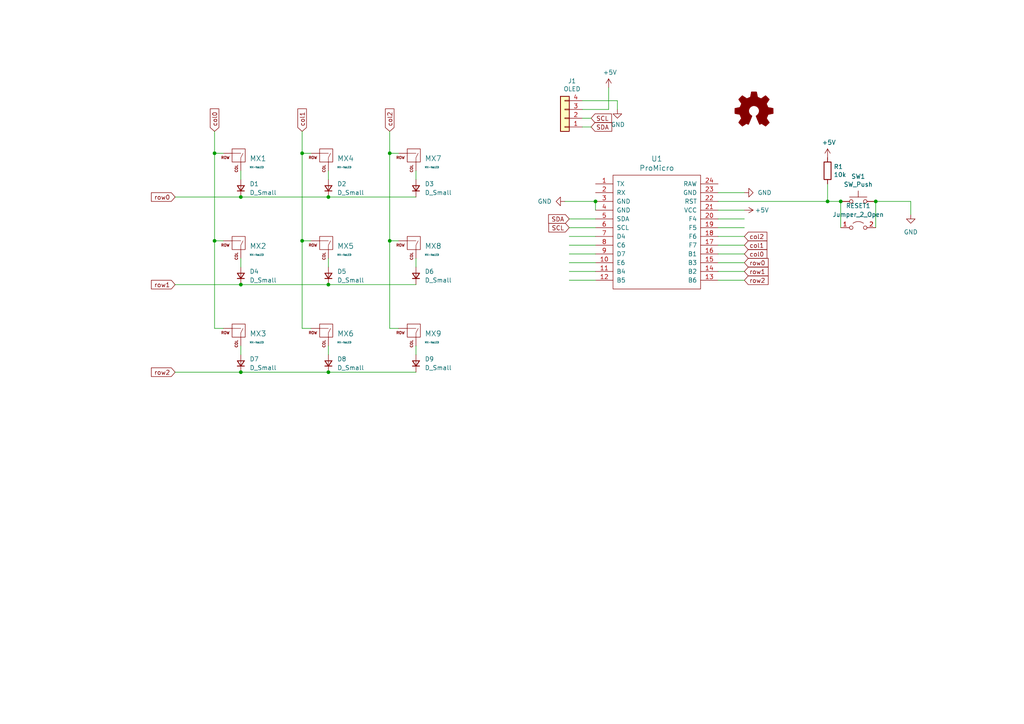
<source format=kicad_sch>
(kicad_sch (version 20211123) (generator eeschema)
  (paper "A4")
  (title_block (title "zotzotzot") (rev "1") (company "uci keeb club"))
  (lib_symbols
    (symbol "Connector_Generic:Conn_01x04" (pin_names (offset 1.016) hide)
      (property "Reference" "J" (at 0 5.08 0))
      (property "Value" "Conn_01x04" (at 0 -7.62 0))
      (symbol "Conn_01x04_1_1"
        (rectangle (start -1.27 -4.953) (end 0 -5.207) (stroke (width 0.1524)))
        (rectangle (start -1.27 -2.413) (end 0 -2.667) (stroke (width 0.1524)))
        (rectangle (start -1.27 0.127) (end 0 -0.127) (stroke (width 0.1524)))
        (rectangle (start -1.27 2.667) (end 0 2.413) (stroke (width 0.1524)))
        (rectangle (start -1.27 3.81) (end 1.27 -6.35) (stroke (width 0.254)) (fill (type background)))
        (pin passive line (at -5.08 2.54 0) (length 3.81) (name "Pin_1") (number "1"))
        (pin passive line (at -5.08 0 0) (length 3.81) (name "Pin_2") (number "2"))
        (pin passive line (at -5.08 -2.54 0) (length 3.81) (name "Pin_3") (number "3"))
        (pin passive line (at -5.08 -5.08 0) (length 3.81) (name "Pin_4") (number "4"))
      )
    )
    (symbol "Device:D_Small" (pin_numbers hide) (pin_names (offset 0.254) hide)
      (property "Reference" "D" (at -1.27 2.032 0))
      (property "Value" "D_Small" (at -3.81 -2.032 0))
      (symbol "D_Small_0_1"
        (polyline (pts (xy -0.762 -1.016) (xy -0.762 1.016)) (stroke (width 0.254)))
        (polyline (pts (xy -0.762 0) (xy 0.762 0)))
        (polyline (pts (xy 0.762 -1.016) (xy -0.762 0) (xy 0.762 1.016) (xy 0.762 -1.016)) (stroke (width 0.254)))
      )
      (symbol "D_Small_1_1"
        (pin passive line (at -2.54 0 0) (length 1.778) (name "K") (number "1"))
        (pin passive line (at 2.54 0 180) (length 1.778) (name "A") (number "2"))
      )
    )
    (symbol "Device:R" (pin_numbers hide) (pin_names (offset 0))
      (property "Reference" "R" (at 2.032 0 90))
      (property "Value" "R" (at 0 0 90))
      (symbol "R_0_1"
        (rectangle (start -1.016 -2.54) (end 1.016 2.54) (stroke (width 0.254)))
      )
      (symbol "R_1_1"
        (pin passive line (at 0 3.81 270) (length 1.27) (name "~") (number "1"))
        (pin passive line (at 0 -3.81 90) (length 1.27) (name "~") (number "2"))
      )
    )
    (symbol "Graphic:Logo_Open_Hardware_Small" (pin_names (offset 1.016))
      (symbol "Logo_Open_Hardware_Small_0_1"
        (polyline (pts (xy 3.3528 -4.3434) (xy 3.302 -4.318) (xy 3.175 -4.2418) (xy 2.9972 -4.1148) (xy 2.7686 -3.9624) (xy 2.54 -3.81) (xy 2.3622 -3.7084) (xy 2.2352 -3.6068) (xy 2.1844 -3.5814) (xy 2.159 -3.6068) (xy 2.0574 -3.6576) (xy 1.905 -3.7338) (xy 1.8034 -3.7846) (xy 1.6764 -3.8354) (xy 1.6002 -3.8354) (xy 1.6002 -3.8354) (xy 1.5494 -3.7338) (xy 1.4732 -3.5306) (xy 1.3462 -3.302) (xy 1.2446 -3.0226) (xy 1.1176 -2.7178) (xy 0.9652 -2.413) (xy 0.8636 -2.1082) (xy 0.7366 -1.8288) (xy 0.6604 -1.6256) (xy 0.6096 -1.4732) (xy 0.5842 -1.397) (xy 0.5842 -1.397) (xy 0.6604 -1.3208) (xy 0.7874 -1.2446) (xy 1.0414 -1.016) (xy 1.2954 -0.6858) (xy 1.4478 -0.3302) (xy 1.524 0.0762) (xy 1.4732 0.4572) (xy 1.3208 0.8128) (xy 1.0668 1.143) (xy 0.762 1.3716) (xy 0.4064 1.524) (xy 0 1.5748) (xy -0.381 1.5494) (xy -0.7366 1.397) (xy -1.0668 1.143) (xy -1.2192 0.9906) (xy -1.397 0.6604) (xy -1.524 0.3048) (xy -1.524 0.2286) (xy -1.4986 -0.1778) (xy -1.397 -0.5334) (xy -1.1938 -0.8636) (xy -0.9144 -1.143) (xy -0.8636 -1.1684) (xy -0.7366 -1.27) (xy -0.635 -1.3462) (xy -0.5842 -1.397) (xy -1.0668 -2.5908) (xy -1.143 -2.794) (xy -1.2954 -3.1242) (xy -1.397 -3.4036) (xy -1.4986 -3.6322) (xy -1.5748 -3.7846) (xy -1.6002 -3.8354) (xy -1.6002 -3.8354) (xy -1.651 -3.8354) (xy -1.7272 -3.81) (xy -1.905 -3.7338) (xy -2.0066 -3.683) (xy -2.1336 -3.6068) (xy -2.2098 -3.5814) (xy -2.2606 -3.6068) (xy -2.3622 -3.683) (xy -2.54 -3.81) (xy -2.7686 -3.9624) (xy -2.9718 -4.0894) (xy -3.1496 -4.2164) (xy -3.302 -4.318) (xy -3.3528 -4.3434) (xy -3.3782 -4.3434) (xy -3.429 -4.318) (xy -3.5306 -4.2164) (xy -3.7084 -4.064) (xy -3.937 -3.8354) (xy -3.9624 -3.81) (xy -4.1656 -3.6068) (xy -4.318 -3.4544) (xy -4.4196 -3.3274) (xy -4.445 -3.2766) (xy -4.445 -3.2766) (xy -4.4196 -3.2258) (xy -4.318 -3.0734) (xy -4.2164 -2.8956) (xy -4.064 -2.667) (xy -3.6576 -2.0828) (xy -3.8862 -1.5494) (xy -3.937 -1.3716) (xy -4.0386 -1.1684) (xy -4.0894 -1.0414) (xy -4.1148 -0.9652) (xy -4.191 -0.9398) (xy -4.318 -0.9144) (xy -4.5466 -0.8636) (xy -4.8006 -0.8128) (xy -5.0546 -0.7874) (xy -5.2578 -0.7366) (xy -5.4356 -0.7112) (xy -5.5118 -0.6858) (xy -5.5118 -0.6858) (xy -5.5372 -0.635) (xy -5.5372 -0.5588) (xy -5.5372 -0.4318) (xy -5.5626 -0.2286) (xy -5.5626 0.0762) (xy -5.5626 0.127) (xy -5.5372 0.4064) (xy -5.5372 0.635) (xy -5.5372 0.762) (xy -5.5372 0.8382) (xy -5.5372 0.8382) (xy -5.461 0.8382) (xy -5.3086 0.889) (xy -5.08 0.9144) (xy -4.826 0.9652) (xy -4.8006 0.9906) (xy -4.5466 1.0414) (xy -4.318 1.0668) (xy -4.1656 1.1176) (xy -4.0894 1.143) (xy -4.0894 1.143) (xy -4.0386 1.2446) (xy -3.9624 1.4224) (xy -3.8608 1.6256) (xy -3.7846 1.8288) (xy -3.7084 2.0066) (xy -3.6576 2.159) (xy -3.6322 2.2098) (xy -3.6322 2.2098) (xy -3.683 2.286) (xy -3.7592 2.413) (xy -3.8862 2.5908) (xy -4.064 2.8194) (xy -4.064 2.8448) (xy -4.2164 3.0734) (xy -4.3434 3.2512) (xy -4.4196 3.3782) (xy -4.445 3.4544) (xy -4.445 3.4544) (xy -4.3942 3.5052) (xy -4.2926 3.6322) (xy -4.1148 3.81) (xy -3.937 4.0132) (xy -3.8608 4.064) (xy -3.6576 4.2926) (xy -3.5052 4.4196) (xy -3.4036 4.4958) (xy -3.3528 4.5212) (xy -3.3528 4.5212) (xy -3.302 4.4704) (xy -3.1496 4.3688) (xy -2.9718 4.2418) (xy -2.7432 4.0894) (xy -2.7178 4.0894) (xy -2.4892 3.937) (xy -2.3114 3.81) (xy -2.1844 3.7084) (xy -2.1336 3.683) (xy -2.1082 3.683) (xy -2.032 3.7084) (xy -1.8542 3.7592) (xy -1.6764 3.8354) (xy -1.4732 3.937) (xy -1.27 4.0132) (xy -1.143 4.064) (xy -1.0668 4.1148) (xy -1.0668 4.1148) (xy -1.0414 4.191) (xy -1.016 4.3434) (xy -0.9652 4.572) (xy -0.9144 4.8514) (xy -0.889 4.9022) (xy -0.8382 5.1562) (xy -0.8128 5.3848) (xy -0.7874 5.5372) (xy -0.762 5.588) (xy -0.7112 5.6134) (xy -0.5842 5.6134) (xy -0.4064 5.6134) (xy -0.1524 5.6134) (xy 0.0762 5.6134) (xy 0.3302 5.6134) (xy 0.5334 5.6134) (xy 0.6858 5.588) (xy 0.7366 5.588) (xy 0.7366 5.588) (xy 0.762 5.5118) (xy 0.8128 5.334) (xy 0.8382 5.1054) (xy 0.9144 4.826) (xy 0.9144 4.7752) (xy 0.9652 4.5212) (xy 1.016 4.2926) (xy 1.0414 4.1402) (xy 1.0668 4.0894) (xy 1.0668 4.0894) (xy 1.1938 4.0386) (xy 1.3716 3.9624) (xy 1.5748 3.8608) (xy 2.0828 3.6576) (xy 2.7178 4.0894) (xy 2.7686 4.1402) (xy 2.9972 4.2926) (xy 3.175 4.4196) (xy 3.302 4.4958) (xy 3.3782 4.5212) (xy 3.3782 4.5212) (xy 3.429 4.4704) (xy 3.556 4.3434) (xy 3.7338 4.191) (xy 3.9116 3.9878) (xy 4.064 3.8354) (xy 4.2418 3.6576) (xy 4.3434 3.556) (xy 4.4196 3.4798) (xy 4.4196 3.429) (xy 4.4196 3.4036) (xy 4.3942 3.3274) (xy 4.2926 3.2004) (xy 4.1656 2.9972) (xy 4.0132 2.794) (xy 3.8862 2.5908) (xy 3.7592 2.3876) (xy 3.6576 2.2352) (xy 3.6322 2.159) (xy 3.6322 2.1336) (xy 3.683 2.0066) (xy 3.7592 1.8288) (xy 3.8608 1.6002) (xy 4.064 1.1176) (xy 4.3942 1.0414) (xy 4.5974 1.016) (xy 4.8768 0.9652) (xy 5.1308 0.9144) (xy 5.5372 0.8382) (xy 5.5626 -0.6604) (xy 5.4864 -0.6858) (xy 5.4356 -0.6858) (xy 5.2832 -0.7366) (xy 5.0546 -0.762) (xy 4.8006 -0.8128) (xy 4.5974 -0.8636) (xy 4.3688 -0.9144) (xy 4.2164 -0.9398) (xy 4.1402 -0.9398) (xy 4.1148 -0.9652) (xy 4.064 -1.0668) (xy 3.9878 -1.2446) (xy 3.9116 -1.4478) (xy 3.81 -1.651) (xy 3.7338 -1.8542) (xy 3.683 -2.0066) (xy 3.6576 -2.0828) (xy 3.683 -2.1336) (xy 3.7846 -2.2606) (xy 3.8862 -2.4638) (xy 4.0386 -2.667) (xy 4.191 -2.8956) (xy 4.318 -3.0734) (xy 4.3942 -3.2004) (xy 4.445 -3.2766) (xy 4.4196 -3.3274) (xy 4.3434 -3.429) (xy 4.1656 -3.5814) (xy 3.937 -3.8354) (xy 3.8862 -3.8608) (xy 3.683 -4.064) (xy 3.5306 -4.2164) (xy 3.4036 -4.318) (xy 3.3528 -4.3434)) (fill (type outline)))
      )
    )
    (symbol "Jumper:Jumper_2_Open" (pin_names (offset 0) hide)
      (property "Reference" "JP" (at 0 2.794 0))
      (property "Value" "Jumper_2_Open" (at 0 -2.286 0))
      (symbol "Jumper_2_Open_0_0"
        (circle (center -2.032 0) (radius 0.508))
        (circle (center 2.032 0) (radius 0.508))
      )
      (symbol "Jumper_2_Open_0_1"
        (arc (start 1.524 1.27) (mid 0 1.778) (end -1.524 1.27))
      )
      (symbol "Jumper_2_Open_1_1"
        (pin passive line (at -5.08 0 0) (length 2.54) (name "A") (number "1"))
        (pin passive line (at 5.08 0 180) (length 2.54) (name "B") (number "2"))
      )
    )
    (symbol "Switch:SW_Push" (pin_numbers hide) (pin_names (offset 1.016) hide)
      (property "Reference" "SW" (at 1.27 2.54 0))
      (property "Value" "SW_Push" (at 0 -1.524 0))
      (symbol "SW_Push_0_1"
        (circle (center -2.032 0) (radius 0.508))
        (polyline (pts (xy 0 1.27) (xy 0 3.048)))
        (polyline (pts (xy 2.54 1.27) (xy -2.54 1.27)))
        (circle (center 2.032 0) (radius 0.508))
        (pin passive line (at -5.08 0 0) (length 2.54) (name "1") (number "1"))
        (pin passive line (at 5.08 0 180) (length 2.54) (name "2") (number "2"))
      )
    )
    (symbol "mx:MX-NoLED" (pin_names (offset 1.016))
      (property "Reference" "MX" (at -0.635 3.81 0))
      (property "Value" "MX-NoLED" (at -0.635 1.27 0))
      (symbol "MX-NoLED_0_0"
        (rectangle (start -2.54 2.54) (end 1.27 -1.27))
        (polyline (pts (xy -1.27 -1.27) (xy -1.27 1.27)) (stroke (width 0.127)))
        (polyline (pts (xy 1.27 1.27) (xy 0 1.27) (xy -1.27 1.905)) (stroke (width 0.127)))
        (text "COL" (at 3.175 0 0) (effects (font (size 0.762 0.762))))
        (text "ROW" (at 0 -1.905 900) (effects (font (size 0.762 0.762)) (justify right)))
      )
      (symbol "MX-NoLED_1_1"
        (pin passive line (at 3.81 1.27 180) (length 2.54) (name "COL") (number "1"))
        (pin passive line (at -1.27 -3.81 90) (length 2.54) (name "ROW") (number "2"))
      )
    )
    (symbol "power:+5V" (power) (pin_names (offset 0))
      (property "Value" "+5V" (at 0 3.556 0))
      (symbol "+5V_0_1"
        (polyline (pts (xy -0.762 1.27) (xy 0 2.54)))
        (polyline (pts (xy 0 0) (xy 0 2.54)))
        (polyline (pts (xy 0 2.54) (xy 0.762 1.27)))
      )
      (symbol "+5V_1_1"
        (pin power_in line (at 0 0 90) (length 0) hide (name "+5V") (number "1"))
      )
    )
    (symbol "power:GND" (power) (pin_names (offset 0))
      (property "Value" "GND" (at 0 -3.81 0))
      (symbol "GND_0_1"
        (polyline (pts (xy 0 0) (xy 0 -1.27) (xy 1.27 -1.27) (xy 0 -2.54) (xy -1.27 -1.27) (xy 0 -1.27)))
      )
      (symbol "GND_1_1"
        (pin power_in line (at 0 0 270) (length 0) hide (name "GND") (number "1"))
      )
    )
    (symbol "promicro:ProMicro" (pin_names (offset 1.016))
      (property "Reference" "U" (at 0 24.13 0))
      (property "Value" "promicro_ProMicro" (at 0 -13.97 0))
      (symbol "ProMicro_0_1"
        (rectangle (start -12.7 21.59) (end 12.7 -11.43))
      )
      (symbol "ProMicro_1_1"
        (pin bidirectional line (at -17.78 19.05 0) (length 5.08) (name "TX") (number "1"))
        (pin bidirectional line (at -17.78 -3.81 0) (length 5.08) (name "E6") (number "10"))
        (pin bidirectional line (at -17.78 -6.35 0) (length 5.08) (name "B4") (number "11"))
        (pin bidirectional line (at -17.78 -8.89 0) (length 5.08) (name "B5") (number "12"))
        (pin bidirectional line (at 17.78 -8.89 180) (length 5.08) (name "B6") (number "13"))
        (pin bidirectional line (at 17.78 -6.35 180) (length 5.08) (name "B2") (number "14"))
        (pin bidirectional line (at 17.78 -3.81 180) (length 5.08) (name "B3") (number "15"))
        (pin bidirectional line (at 17.78 -1.27 180) (length 5.08) (name "B1") (number "16"))
        (pin bidirectional line (at 17.78 1.27 180) (length 5.08) (name "F7") (number "17"))
        (pin bidirectional line (at 17.78 3.81 180) (length 5.08) (name "F6") (number "18"))
        (pin bidirectional line (at 17.78 6.35 180) (length 5.08) (name "F5") (number "19"))
        (pin bidirectional line (at -17.78 16.51 0) (length 5.08) (name "RX") (number "2"))
        (pin bidirectional line (at 17.78 8.89 180) (length 5.08) (name "F4") (number "20"))
        (pin power_in line (at 17.78 11.43 180) (length 5.08) (name "VCC") (number "21"))
        (pin input line (at 17.78 13.97 180) (length 5.08) (name "RST") (number "22"))
        (pin power_in line (at 17.78 16.51 180) (length 5.08) (name "GND") (number "23"))
        (pin power_out line (at 17.78 19.05 180) (length 5.08) (name "RAW") (number "24"))
        (pin power_in line (at -17.78 13.97 0) (length 5.08) (name "GND") (number "3"))
        (pin power_in line (at -17.78 11.43 0) (length 5.08) (name "GND") (number "4"))
        (pin bidirectional line (at -17.78 8.89 0) (length 5.08) (name "SDA") (number "5"))
        (pin bidirectional line (at -17.78 6.35 0) (length 5.08) (name "SCL") (number "6"))
        (pin bidirectional line (at -17.78 3.81 0) (length 5.08) (name "D4") (number "7"))
        (pin bidirectional line (at -17.78 1.27 0) (length 5.08) (name "C6") (number "8"))
        (pin bidirectional line (at -17.78 -1.27 0) (length 5.08) (name "D7") (number "9"))
      )
    )
  )
  (junction (at 95.25 107.95))
  (junction (at 87.63 44.45))
  (junction (at 95.25 57.15))
  (junction (at 69.85 107.95))
  (junction (at 172.72 58.42))
  (junction (at 69.85 57.15))
  (junction (at 254 58.42))
  (junction (at 113.03 44.45))
  (junction (at 95.25 82.55))
  (junction (at 69.85 82.55))
  (junction (at 243.84 58.42))
  (junction (at 87.63 69.85))
  (junction (at 113.03 69.85))
  (junction (at 62.23 69.85))
  (junction (at 62.23 44.45))
  (junction (at 240.03 58.42))
  (wire (pts (xy 50.8 57.15) (xy 69.85 57.15)))
  (wire (pts (xy 165.1 71.12) (xy 172.72 71.12)))
  (wire (pts (xy 69.85 57.15) (xy 95.25 57.15)))
  (wire (pts (xy 95.25 107.95) (xy 69.85 107.95)))
  (wire (pts (xy 165.1 66.04) (xy 172.72 66.04)))
  (wire (pts (xy 165.1 73.66) (xy 172.72 73.66)))
  (wire (pts (xy 176.53 31.75) (xy 176.53 25.4)))
  (wire (pts (xy 240.03 58.42) (xy 243.84 58.42)))
  (wire (pts (xy 168.91 34.29) (xy 171.45 34.29)))
  (wire (pts (xy 215.9 71.12) (xy 208.28 71.12)))
  (wire (pts (xy 62.23 44.45) (xy 62.23 69.85)))
  (wire (pts (xy 243.84 58.42) (xy 243.84 66.04)))
  (wire (pts (xy 113.03 38.1) (xy 113.03 44.45)))
  (wire (pts (xy 254 58.42) (xy 264.16 58.42)))
  (wire (pts (xy 254 58.42) (xy 254 66.04)))
  (wire (pts (xy 69.85 74.93) (xy 69.85 77.47)))
  (wire (pts (xy 69.85 49.53) (xy 69.85 52.07)))
  (wire (pts (xy 69.85 107.95) (xy 50.8 107.95)))
  (wire (pts (xy 62.23 95.25) (xy 64.77 95.25)))
  (wire (pts (xy 62.23 38.1) (xy 62.23 44.45)))
  (wire (pts (xy 95.25 57.15) (xy 120.65 57.15)))
  (wire (pts (xy 95.25 82.55) (xy 69.85 82.55)))
  (wire (pts (xy 87.63 69.85) (xy 90.17 69.85)))
  (wire (pts (xy 62.23 44.45) (xy 64.77 44.45)))
  (wire (pts (xy 120.65 82.55) (xy 95.25 82.55)))
  (wire (pts (xy 113.03 44.45) (xy 115.57 44.45)))
  (wire (pts (xy 120.65 100.33) (xy 120.65 102.87)))
  (wire (pts (xy 168.91 36.83) (xy 171.45 36.83)))
  (wire (pts (xy 95.25 100.33) (xy 95.25 102.87)))
  (wire (pts (xy 165.1 68.58) (xy 172.72 68.58)))
  (wire (pts (xy 95.25 74.93) (xy 95.25 77.47)))
  (wire (pts (xy 215.9 76.2) (xy 208.28 76.2)))
  (wire (pts (xy 87.63 95.25) (xy 90.17 95.25)))
  (wire (pts (xy 62.23 69.85) (xy 62.23 95.25)))
  (wire (pts (xy 240.03 53.34) (xy 240.03 58.42)))
  (wire (pts (xy 87.63 44.45) (xy 87.63 69.85)))
  (wire (pts (xy 165.1 81.28) (xy 172.72 81.28)))
  (wire (pts (xy 113.03 69.85) (xy 115.57 69.85)))
  (wire (pts (xy 215.9 66.04) (xy 208.28 66.04)))
  (wire (pts (xy 215.9 78.74) (xy 208.28 78.74)))
  (wire (pts (xy 163.83 58.42) (xy 172.72 58.42)))
  (wire (pts (xy 208.28 55.88) (xy 215.9 55.88)))
  (wire (pts (xy 69.85 82.55) (xy 50.8 82.55)))
  (wire (pts (xy 165.1 78.74) (xy 172.72 78.74)))
  (wire (pts (xy 215.9 73.66) (xy 208.28 73.66)))
  (wire (pts (xy 69.85 100.33) (xy 69.85 102.87)))
  (wire (pts (xy 62.23 69.85) (xy 64.77 69.85)))
  (wire (pts (xy 168.91 29.21) (xy 179.07 29.21)))
  (wire (pts (xy 165.1 76.2) (xy 172.72 76.2)))
  (wire (pts (xy 208.28 60.96) (xy 215.9 60.96)))
  (wire (pts (xy 87.63 44.45) (xy 90.17 44.45)))
  (wire (pts (xy 113.03 69.85) (xy 113.03 95.25)))
  (wire (pts (xy 87.63 69.85) (xy 87.63 95.25)))
  (wire (pts (xy 87.63 38.1) (xy 87.63 44.45)))
  (wire (pts (xy 168.91 31.75) (xy 176.53 31.75)))
  (wire (pts (xy 264.16 58.42) (xy 264.16 62.23)))
  (wire (pts (xy 120.65 74.93) (xy 120.65 77.47)))
  (wire (pts (xy 215.9 81.28) (xy 208.28 81.28)))
  (wire (pts (xy 215.9 68.58) (xy 208.28 68.58)))
  (wire (pts (xy 95.25 49.53) (xy 95.25 52.07)))
  (wire (pts (xy 179.07 29.21) (xy 179.07 31.75)))
  (wire (pts (xy 215.9 63.5) (xy 208.28 63.5)))
  (wire (pts (xy 120.65 107.95) (xy 95.25 107.95)))
  (wire (pts (xy 165.1 63.5) (xy 172.72 63.5)))
  (wire (pts (xy 208.28 58.42) (xy 240.03 58.42)))
  (wire (pts (xy 172.72 58.42) (xy 172.72 60.96)))
  (wire (pts (xy 113.03 95.25) (xy 115.57 95.25)))
  (wire (pts (xy 113.03 44.45) (xy 113.03 69.85)))
  (wire (pts (xy 120.65 49.53) (xy 120.65 52.07)))
  (global_label "SDA" (shape input) (at 171.45 36.83 0) (property "Intersheet References" "${INTERSHEET_REFS}" (effects hide)))
  (global_label "row0" (shape input) (at 50.8 57.15 180) (property "Intersheet References" "${INTERSHEET_REFS}" (effects hide)))
  (global_label "row2" (shape input) (at 50.8 107.95 180) (property "Intersheet References" "${INTERSHEET_REFS}" (effects hide)))
  (global_label "row1" (shape input) (at 215.9 78.74 0) (property "Intersheet References" "${INTERSHEET_REFS}" (effects hide)))
  (global_label "row0" (shape input) (at 215.9 76.2 0) (property "Intersheet References" "${INTERSHEET_REFS}" (effects hide)))
  (global_label "SCL" (shape input) (at 165.1 66.04 180) (property "Intersheet References" "${INTERSHEET_REFS}" (effects hide)))
  (global_label "col2" (shape input) (at 113.03 38.1 90) (property "Intersheet References" "${INTERSHEET_REFS}" (effects hide)))
  (global_label "col0" (shape input) (at 62.23 38.1 90) (property "Intersheet References" "${INTERSHEET_REFS}" (effects hide)))
  (global_label "col2" (shape input) (at 215.9 68.58 0) (property "Intersheet References" "${INTERSHEET_REFS}" (effects hide)))
  (global_label "col1" (shape input) (at 87.63 38.1 90) (property "Intersheet References" "${INTERSHEET_REFS}" (effects hide)))
  (global_label "SCL" (shape input) (at 171.45 34.29 0) (property "Intersheet References" "${INTERSHEET_REFS}" (effects hide)))
  (global_label "row1" (shape input) (at 50.8 82.55 180) (property "Intersheet References" "${INTERSHEET_REFS}" (effects hide)))
  (global_label "row2" (shape input) (at 215.9 81.28 0) (property "Intersheet References" "${INTERSHEET_REFS}" (effects hide)))
  (global_label "col1" (shape input) (at 215.9 71.12 0) (property "Intersheet References" "${INTERSHEET_REFS}" (effects hide)))
  (global_label "col0" (shape input) (at 215.9 73.66 0) (property "Intersheet References" "${INTERSHEET_REFS}" (effects hide)))
  (global_label "SDA" (shape input) (at 165.1 63.5 180) (property "Intersheet References" "${INTERSHEET_REFS}" (effects hide)))
  (symbol (lib_id "Device:D_Small") (at 95.25 54.61 90) (unit 1)
    (property "Reference" "D2" (at 97.79 53.3399 90) (effects (justify right)))
    (property "Value" "D_Small" (at 97.79 55.8799 90) (effects (justify right)))
    (property "Footprint" "bevin:D3_TH_nonHybrid" (effects hide))
  )
  (symbol (lib_id "Device:D_Small") (at 69.85 54.61 90) (unit 1)
    (property "Reference" "D1" (at 72.39 53.3399 90) (effects (justify right)))
    (property "Value" "D_Small" (at 72.39 55.8799 90) (effects (justify right)))
    (property "Footprint" "bevin:D3_TH_nonHybrid" (effects hide))
  )
  (symbol (lib_id "Device:R") (at 240.03 49.53 0) (unit 1)
    (property "Reference" "R1" (at 241.808 48.3616 0) (effects (justify left)))
    (property "Value" "10k" (at 241.808 50.673 0) (effects (justify left)))
    (property "Footprint" "bevin:R3_TH_nonHybrid" (effects hide))
  )
  (symbol (lib_id "Switch:SW_Push") (at 248.92 58.42 0) (unit 1)
    (property "Reference" "SW1" (at 248.92 51.181 0))
    (property "Value" "SW_Push" (at 248.92 53.4924 0))
    (property "Footprint" "Button_Switch_SMD:SW_SPST_TL3342" (effects hide))
  )
  (symbol (lib_id "mx:MX-NoLED") (at 68.58 45.72 270) (unit 1)
    (property "Reference" "MX1" (at 72.39 45.9706 90) (effects (font (size 1.524 1.524)) (justify left)))
    (property "Value" "MX-NoLED" (at 72.39 48.5105 90) (effects (font (size 0.508 0.508)) (justify left)))
    (property "Footprint" "bevin:MXOnly-1U-NoLED" (effects hide))
  )
  (symbol (lib_id "power:+5V") (at 176.53 25.4 0) (unit 1)
    (property "Reference" "#PWR0106" (effects hide))
    (property "Value" "+5V" (at 176.911 21.0058 0))
  )
  (symbol (lib_id "mx:MX-NoLED") (at 119.38 71.12 270) (unit 1)
    (property "Reference" "MX8" (at 123.19 71.3706 90) (effects (font (size 1.524 1.524)) (justify left)))
    (property "Value" "MX-NoLED" (at 123.19 73.9105 90) (effects (font (size 0.508 0.508)) (justify left)))
    (property "Footprint" "bevin:MXOnly-1U-NoLED" (effects hide))
  )
  (symbol (lib_id "promicro:ProMicro") (at 190.5 72.39 0) (unit 1)
    (property "Reference" "U1" (at 190.5 46.0502 0) (effects (font (size 1.524 1.524))))
    (property "Value" "ProMicro" (at 190.5 48.7426 0) (effects (font (size 1.524 1.524))))
    (property "Footprint" "bevin:ProMicro_v3" (effects hide))
  )
  (symbol (lib_id "mx:MX-NoLED") (at 93.98 71.12 270) (unit 1)
    (property "Reference" "MX5" (at 97.79 71.3706 90) (effects (font (size 1.524 1.524)) (justify left)))
    (property "Value" "MX-NoLED" (at 97.79 73.9105 90) (effects (font (size 0.508 0.508)) (justify left)))
    (property "Footprint" "bevin:MXOnly-1U-NoLED" (effects hide))
  )
  (symbol (lib_id "power:+5V") (at 215.9 60.96 270) (unit 1)
    (property "Reference" "#PWR0104" (effects hide))
    (property "Value" "+5V" (at 220.98 60.96 90))
  )
  (symbol (lib_id "mx:MX-NoLED") (at 119.38 45.72 270) (unit 1)
    (property "Reference" "MX7" (at 123.19 45.9706 90) (effects (font (size 1.524 1.524)) (justify left)))
    (property "Value" "MX-NoLED" (at 123.19 48.5105 90) (effects (font (size 0.508 0.508)) (justify left)))
    (property "Footprint" "bevin:MXOnly-1U-NoLED" (effects hide))
  )
  (symbol (lib_id "power:GND") (at 179.07 31.75 0) (unit 1)
    (property "Reference" "#PWR0107" (effects hide))
    (property "Value" "GND" (at 179.197 36.1442 0))
  )
  (symbol (lib_id "Graphic:Logo_Open_Hardware_Small") (at 218.694 32.258 0) (unit 1)
    (property "Reference" "#LOGO1" (effects hide))
    (property "Value" "Logo_Open_Hardware_Small" (effects hide))
    (property "Footprint" "art:zot" (effects hide))
  )
  (symbol (lib_id "power:GND") (at 215.9 55.88 90) (unit 1)
    (property "Reference" "#PWR0102" (effects hide))
    (property "Value" "GND" (at 219.71 55.8799 90) (effects (justify right)))
  )
  (symbol (lib_id "Device:D_Small") (at 120.65 54.61 90) (unit 1)
    (property "Reference" "D3" (at 123.19 53.3399 90) (effects (justify right)))
    (property "Value" "D_Small" (at 123.19 55.8799 90) (effects (justify right)))
    (property "Footprint" "bevin:D3_TH_nonHybrid" (effects hide))
  )
  (symbol (lib_id "Connector_Generic:Conn_01x04") (at 163.83 34.29 180) (unit 1)
    (property "Reference" "J1" (at 165.9128 23.495 0))
    (property "Value" "OLED" (at 165.9128 25.8064 0))
    (property "Footprint" "bevin:OLED_v2" (effects hide))
  )
  (symbol (lib_id "Device:D_Small") (at 69.85 105.41 90) (unit 1)
    (property "Reference" "D7" (at 72.39 104.1399 90) (effects (justify right)))
    (property "Value" "D_Small" (at 72.39 106.6799 90) (effects (justify right)))
    (property "Footprint" "bevin:D3_TH_nonHybrid" (effects hide))
  )
  (symbol (lib_id "Device:D_Small") (at 95.25 80.01 90) (unit 1)
    (property "Reference" "D5" (at 97.79 78.7399 90) (effects (justify right)))
    (property "Value" "D_Small" (at 97.79 81.2799 90) (effects (justify right)))
    (property "Footprint" "bevin:D3_TH_nonHybrid" (effects hide))
  )
  (symbol (lib_id "mx:MX-NoLED") (at 93.98 45.72 270) (unit 1)
    (property "Reference" "MX4" (at 97.79 45.9706 90) (effects (font (size 1.524 1.524)) (justify left)))
    (property "Value" "MX-NoLED" (at 97.79 48.5105 90) (effects (font (size 0.508 0.508)) (justify left)))
    (property "Footprint" "bevin:MXOnly-1U-NoLED" (effects hide))
  )
  (symbol (lib_id "power:GND") (at 264.16 62.23 0) (unit 1)
    (property "Reference" "#PWR0105" (effects hide))
    (property "Value" "GND" (at 264.16 67.31 0))
  )
  (symbol (lib_id "Device:D_Small") (at 69.85 80.01 90) (unit 1)
    (property "Reference" "D4" (at 72.39 78.7399 90) (effects (justify right)))
    (property "Value" "D_Small" (at 72.39 81.2799 90) (effects (justify right)))
    (property "Footprint" "bevin:D3_TH_nonHybrid" (effects hide))
  )
  (symbol (lib_id "mx:MX-NoLED") (at 93.98 96.52 270) (unit 1)
    (property "Reference" "MX6" (at 97.79 96.7706 90) (effects (font (size 1.524 1.524)) (justify left)))
    (property "Value" "MX-NoLED" (at 97.79 99.3105 90) (effects (font (size 0.508 0.508)) (justify left)))
    (property "Footprint" "bevin:MXOnly-1U-NoLED" (effects hide))
  )
  (symbol (lib_id "Jumper:Jumper_2_Open") (at 248.92 66.04 0) (unit 1)
    (property "Reference" "RESET1" (at 248.92 59.69 0))
    (property "Value" "Jumper_2_Open" (at 248.92 62.23 0))
    (property "Footprint" "TestPoint:TestPoint_2Pads_Pitch5.08mm_Drill1.3mm" (effects hide))
  )
  (symbol (lib_id "power:+5V") (at 240.03 45.72 0) (unit 1)
    (property "Reference" "#PWR0101" (effects hide))
    (property "Value" "+5V" (at 240.411 41.3258 0))
  )
  (symbol (lib_id "mx:MX-NoLED") (at 68.58 71.12 270) (unit 1)
    (property "Reference" "MX2" (at 72.39 71.3706 90) (effects (font (size 1.524 1.524)) (justify left)))
    (property "Value" "MX-NoLED" (at 72.39 73.9105 90) (effects (font (size 0.508 0.508)) (justify left)))
    (property "Footprint" "bevin:MXOnly-1U-NoLED" (effects hide))
  )
  (symbol (lib_id "power:GND") (at 163.83 58.42 270) (unit 1)
    (property "Reference" "#PWR0103" (effects hide))
    (property "Value" "GND" (at 160.02 58.4199 90) (effects (justify right)))
  )
  (symbol (lib_id "mx:MX-NoLED") (at 68.58 96.52 270) (unit 1)
    (property "Reference" "MX3" (at 72.39 96.7706 90) (effects (font (size 1.524 1.524)) (justify left)))
    (property "Value" "MX-NoLED" (at 72.39 99.3105 90) (effects (font (size 0.508 0.508)) (justify left)))
    (property "Footprint" "bevin:MXOnly-1U-NoLED" (effects hide))
  )
  (symbol (lib_id "Device:D_Small") (at 95.25 105.41 90) (unit 1)
    (property "Reference" "D8" (at 97.79 104.1399 90) (effects (justify right)))
    (property "Value" "D_Small" (at 97.79 106.6799 90) (effects (justify right)))
    (property "Footprint" "bevin:D3_TH_nonHybrid" (effects hide))
  )
  (symbol (lib_id "Device:D_Small") (at 120.65 105.41 90) (unit 1)
    (property "Reference" "D9" (at 123.19 104.1399 90) (effects (justify right)))
    (property "Value" "D_Small" (at 123.19 106.6799 90) (effects (justify right)))
    (property "Footprint" "bevin:D3_TH_nonHybrid" (effects hide))
  )
  (symbol (lib_id "Device:D_Small") (at 120.65 80.01 90) (unit 1)
    (property "Reference" "D6" (at 123.19 78.7399 90) (effects (justify right)))
    (property "Value" "D_Small" (at 123.19 81.2799 90) (effects (justify right)))
    (property "Footprint" "bevin:D3_TH_nonHybrid" (effects hide))
  )
  (symbol (lib_id "mx:MX-NoLED") (at 119.38 96.52 270) (unit 1)
    (property "Reference" "MX9" (at 123.19 96.7706 90) (effects (font (size 1.524 1.524)) (justify left)))
    (property "Value" "MX-NoLED" (at 123.19 99.3105 90) (effects (font (size 0.508 0.508)) (justify left)))
    (property "Footprint" "bevin:MXOnly-1U-NoLED" (effects hide))
  )
)
</source>
